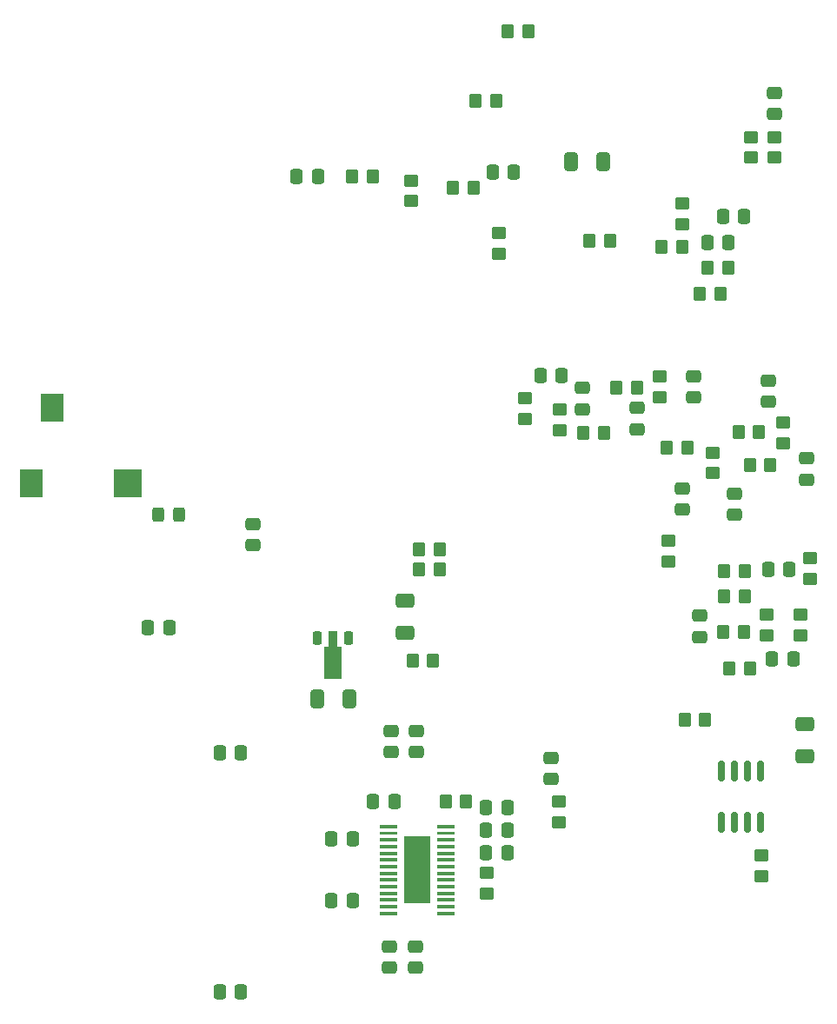
<source format=gbr>
%TF.GenerationSoftware,KiCad,Pcbnew,8.0.6*%
%TF.CreationDate,2024-11-21T01:01:48-08:00*%
%TF.ProjectId,ECE 411 Project,45434520-3431-4312-9050-726f6a656374,r1.6*%
%TF.SameCoordinates,Original*%
%TF.FileFunction,Paste,Top*%
%TF.FilePolarity,Positive*%
%FSLAX46Y46*%
G04 Gerber Fmt 4.6, Leading zero omitted, Abs format (unit mm)*
G04 Created by KiCad (PCBNEW 8.0.6) date 2024-11-21 01:01:48*
%MOMM*%
%LPD*%
G01*
G04 APERTURE LIST*
G04 Aperture macros list*
%AMRoundRect*
0 Rectangle with rounded corners*
0 $1 Rounding radius*
0 $2 $3 $4 $5 $6 $7 $8 $9 X,Y pos of 4 corners*
0 Add a 4 corners polygon primitive as box body*
4,1,4,$2,$3,$4,$5,$6,$7,$8,$9,$2,$3,0*
0 Add four circle primitives for the rounded corners*
1,1,$1+$1,$2,$3*
1,1,$1+$1,$4,$5*
1,1,$1+$1,$6,$7*
1,1,$1+$1,$8,$9*
0 Add four rect primitives between the rounded corners*
20,1,$1+$1,$2,$3,$4,$5,0*
20,1,$1+$1,$4,$5,$6,$7,0*
20,1,$1+$1,$6,$7,$8,$9,0*
20,1,$1+$1,$8,$9,$2,$3,0*%
%AMFreePoly0*
4,1,9,3.862500,-0.866500,0.737500,-0.866500,0.737500,-0.450000,-0.737500,-0.450000,-0.737500,0.450000,0.737500,0.450000,0.737500,0.866500,3.862500,0.866500,3.862500,-0.866500,3.862500,-0.866500,$1*%
G04 Aperture macros list end*
%ADD10C,0.010000*%
%ADD11RoundRect,0.250000X0.475000X-0.337500X0.475000X0.337500X-0.475000X0.337500X-0.475000X-0.337500X0*%
%ADD12RoundRect,0.250000X-0.450000X0.350000X-0.450000X-0.350000X0.450000X-0.350000X0.450000X0.350000X0*%
%ADD13RoundRect,0.250000X0.412500X0.650000X-0.412500X0.650000X-0.412500X-0.650000X0.412500X-0.650000X0*%
%ADD14RoundRect,0.250000X-0.475000X0.337500X-0.475000X-0.337500X0.475000X-0.337500X0.475000X0.337500X0*%
%ADD15RoundRect,0.250000X0.450000X-0.350000X0.450000X0.350000X-0.450000X0.350000X-0.450000X-0.350000X0*%
%ADD16RoundRect,0.250000X0.350000X0.450000X-0.350000X0.450000X-0.350000X-0.450000X0.350000X-0.450000X0*%
%ADD17RoundRect,0.250000X-0.337500X-0.475000X0.337500X-0.475000X0.337500X0.475000X-0.337500X0.475000X0*%
%ADD18RoundRect,0.250000X-0.350000X-0.450000X0.350000X-0.450000X0.350000X0.450000X-0.350000X0.450000X0*%
%ADD19RoundRect,0.250000X0.325000X0.450000X-0.325000X0.450000X-0.325000X-0.450000X0.325000X-0.450000X0*%
%ADD20RoundRect,0.225000X-0.225000X0.425000X-0.225000X-0.425000X0.225000X-0.425000X0.225000X0.425000X0*%
%ADD21FreePoly0,270.000000*%
%ADD22RoundRect,0.250000X0.337500X0.475000X-0.337500X0.475000X-0.337500X-0.475000X0.337500X-0.475000X0*%
%ADD23RoundRect,0.150000X-0.150000X0.825000X-0.150000X-0.825000X0.150000X-0.825000X0.150000X0.825000X0*%
%ADD24RoundRect,0.250000X-0.650000X0.412500X-0.650000X-0.412500X0.650000X-0.412500X0.650000X0.412500X0*%
%ADD25R,2.200000X2.800000*%
%ADD26R,2.800000X2.800000*%
%ADD27RoundRect,0.250000X-0.412500X-0.650000X0.412500X-0.650000X0.412500X0.650000X-0.412500X0.650000X0*%
%ADD28RoundRect,0.250000X0.650000X-0.412500X0.650000X0.412500X-0.650000X0.412500X-0.650000X-0.412500X0*%
G04 APERTURE END LIST*
D10*
%TO.C,U9*%
X70127651Y-103500000D02*
X68577651Y-103500000D01*
X68577651Y-103250000D01*
X70127651Y-103250000D01*
X70127651Y-103500000D01*
G36*
X70127651Y-103500000D02*
G01*
X68577651Y-103500000D01*
X68577651Y-103250000D01*
X70127651Y-103250000D01*
X70127651Y-103500000D01*
G37*
X70127651Y-104150000D02*
X68577651Y-104150000D01*
X68577651Y-103900000D01*
X70127651Y-103900000D01*
X70127651Y-104150000D01*
G36*
X70127651Y-104150000D02*
G01*
X68577651Y-104150000D01*
X68577651Y-103900000D01*
X70127651Y-103900000D01*
X70127651Y-104150000D01*
G37*
X70127651Y-104800000D02*
X68577651Y-104800000D01*
X68577651Y-104550000D01*
X70127651Y-104550000D01*
X70127651Y-104800000D01*
G36*
X70127651Y-104800000D02*
G01*
X68577651Y-104800000D01*
X68577651Y-104550000D01*
X70127651Y-104550000D01*
X70127651Y-104800000D01*
G37*
X70127651Y-105450000D02*
X68577651Y-105450000D01*
X68577651Y-105200000D01*
X70127651Y-105200000D01*
X70127651Y-105450000D01*
G36*
X70127651Y-105450000D02*
G01*
X68577651Y-105450000D01*
X68577651Y-105200000D01*
X70127651Y-105200000D01*
X70127651Y-105450000D01*
G37*
X70127651Y-106100000D02*
X68577651Y-106100000D01*
X68577651Y-105850000D01*
X70127651Y-105850000D01*
X70127651Y-106100000D01*
G36*
X70127651Y-106100000D02*
G01*
X68577651Y-106100000D01*
X68577651Y-105850000D01*
X70127651Y-105850000D01*
X70127651Y-106100000D01*
G37*
X70127651Y-106750000D02*
X68577651Y-106750000D01*
X68577651Y-106500000D01*
X70127651Y-106500000D01*
X70127651Y-106750000D01*
G36*
X70127651Y-106750000D02*
G01*
X68577651Y-106750000D01*
X68577651Y-106500000D01*
X70127651Y-106500000D01*
X70127651Y-106750000D01*
G37*
X70127651Y-107400000D02*
X68577651Y-107400000D01*
X68577651Y-107150000D01*
X70127651Y-107150000D01*
X70127651Y-107400000D01*
G36*
X70127651Y-107400000D02*
G01*
X68577651Y-107400000D01*
X68577651Y-107150000D01*
X70127651Y-107150000D01*
X70127651Y-107400000D01*
G37*
X70127651Y-108050000D02*
X68577651Y-108050000D01*
X68577651Y-107800000D01*
X70127651Y-107800000D01*
X70127651Y-108050000D01*
G36*
X70127651Y-108050000D02*
G01*
X68577651Y-108050000D01*
X68577651Y-107800000D01*
X70127651Y-107800000D01*
X70127651Y-108050000D01*
G37*
X70127651Y-108700000D02*
X68577651Y-108700000D01*
X68577651Y-108450000D01*
X70127651Y-108450000D01*
X70127651Y-108700000D01*
G36*
X70127651Y-108700000D02*
G01*
X68577651Y-108700000D01*
X68577651Y-108450000D01*
X70127651Y-108450000D01*
X70127651Y-108700000D01*
G37*
X70127651Y-109350000D02*
X68577651Y-109350000D01*
X68577651Y-109100000D01*
X70127651Y-109100000D01*
X70127651Y-109350000D01*
G36*
X70127651Y-109350000D02*
G01*
X68577651Y-109350000D01*
X68577651Y-109100000D01*
X70127651Y-109100000D01*
X70127651Y-109350000D01*
G37*
X70127651Y-110000000D02*
X68577651Y-110000000D01*
X68577651Y-109750000D01*
X70127651Y-109750000D01*
X70127651Y-110000000D01*
G36*
X70127651Y-110000000D02*
G01*
X68577651Y-110000000D01*
X68577651Y-109750000D01*
X70127651Y-109750000D01*
X70127651Y-110000000D01*
G37*
X70127651Y-110650000D02*
X68577651Y-110650000D01*
X68577651Y-110400000D01*
X70127651Y-110400000D01*
X70127651Y-110650000D01*
G36*
X70127651Y-110650000D02*
G01*
X68577651Y-110650000D01*
X68577651Y-110400000D01*
X70127651Y-110400000D01*
X70127651Y-110650000D01*
G37*
X70127651Y-111300000D02*
X68577651Y-111300000D01*
X68577651Y-111050000D01*
X70127651Y-111050000D01*
X70127651Y-111300000D01*
G36*
X70127651Y-111300000D02*
G01*
X68577651Y-111300000D01*
X68577651Y-111050000D01*
X70127651Y-111050000D01*
X70127651Y-111300000D01*
G37*
X70127651Y-111950000D02*
X68577651Y-111950000D01*
X68577651Y-111700000D01*
X70127651Y-111700000D01*
X70127651Y-111950000D01*
G36*
X70127651Y-111950000D02*
G01*
X68577651Y-111950000D01*
X68577651Y-111700000D01*
X70127651Y-111700000D01*
X70127651Y-111950000D01*
G37*
X73352651Y-110830000D02*
X70952651Y-110830000D01*
X70952651Y-104370000D01*
X73352651Y-104370000D01*
X73352651Y-110830000D01*
G36*
X73352651Y-110830000D02*
G01*
X70952651Y-110830000D01*
X70952651Y-104370000D01*
X73352651Y-104370000D01*
X73352651Y-110830000D01*
G37*
X75727651Y-103500000D02*
X74177651Y-103500000D01*
X74177651Y-103250000D01*
X75727651Y-103250000D01*
X75727651Y-103500000D01*
G36*
X75727651Y-103500000D02*
G01*
X74177651Y-103500000D01*
X74177651Y-103250000D01*
X75727651Y-103250000D01*
X75727651Y-103500000D01*
G37*
X75727651Y-104150000D02*
X74177651Y-104150000D01*
X74177651Y-103900000D01*
X75727651Y-103900000D01*
X75727651Y-104150000D01*
G36*
X75727651Y-104150000D02*
G01*
X74177651Y-104150000D01*
X74177651Y-103900000D01*
X75727651Y-103900000D01*
X75727651Y-104150000D01*
G37*
X75727651Y-104800000D02*
X74177651Y-104800000D01*
X74177651Y-104550000D01*
X75727651Y-104550000D01*
X75727651Y-104800000D01*
G36*
X75727651Y-104800000D02*
G01*
X74177651Y-104800000D01*
X74177651Y-104550000D01*
X75727651Y-104550000D01*
X75727651Y-104800000D01*
G37*
X75727651Y-105450000D02*
X74177651Y-105450000D01*
X74177651Y-105200000D01*
X75727651Y-105200000D01*
X75727651Y-105450000D01*
G36*
X75727651Y-105450000D02*
G01*
X74177651Y-105450000D01*
X74177651Y-105200000D01*
X75727651Y-105200000D01*
X75727651Y-105450000D01*
G37*
X75727651Y-106100000D02*
X74177651Y-106100000D01*
X74177651Y-105850000D01*
X75727651Y-105850000D01*
X75727651Y-106100000D01*
G36*
X75727651Y-106100000D02*
G01*
X74177651Y-106100000D01*
X74177651Y-105850000D01*
X75727651Y-105850000D01*
X75727651Y-106100000D01*
G37*
X75727651Y-106750000D02*
X74177651Y-106750000D01*
X74177651Y-106500000D01*
X75727651Y-106500000D01*
X75727651Y-106750000D01*
G36*
X75727651Y-106750000D02*
G01*
X74177651Y-106750000D01*
X74177651Y-106500000D01*
X75727651Y-106500000D01*
X75727651Y-106750000D01*
G37*
X75727651Y-107400000D02*
X74177651Y-107400000D01*
X74177651Y-107150000D01*
X75727651Y-107150000D01*
X75727651Y-107400000D01*
G36*
X75727651Y-107400000D02*
G01*
X74177651Y-107400000D01*
X74177651Y-107150000D01*
X75727651Y-107150000D01*
X75727651Y-107400000D01*
G37*
X75727651Y-108050000D02*
X74177651Y-108050000D01*
X74177651Y-107800000D01*
X75727651Y-107800000D01*
X75727651Y-108050000D01*
G36*
X75727651Y-108050000D02*
G01*
X74177651Y-108050000D01*
X74177651Y-107800000D01*
X75727651Y-107800000D01*
X75727651Y-108050000D01*
G37*
X75727651Y-108700000D02*
X74177651Y-108700000D01*
X74177651Y-108450000D01*
X75727651Y-108450000D01*
X75727651Y-108700000D01*
G36*
X75727651Y-108700000D02*
G01*
X74177651Y-108700000D01*
X74177651Y-108450000D01*
X75727651Y-108450000D01*
X75727651Y-108700000D01*
G37*
X75727651Y-109350000D02*
X74177651Y-109350000D01*
X74177651Y-109100000D01*
X75727651Y-109100000D01*
X75727651Y-109350000D01*
G36*
X75727651Y-109350000D02*
G01*
X74177651Y-109350000D01*
X74177651Y-109100000D01*
X75727651Y-109100000D01*
X75727651Y-109350000D01*
G37*
X75727651Y-110000000D02*
X74177651Y-110000000D01*
X74177651Y-109750000D01*
X75727651Y-109750000D01*
X75727651Y-110000000D01*
G36*
X75727651Y-110000000D02*
G01*
X74177651Y-110000000D01*
X74177651Y-109750000D01*
X75727651Y-109750000D01*
X75727651Y-110000000D01*
G37*
X75727651Y-110650000D02*
X74177651Y-110650000D01*
X74177651Y-110400000D01*
X75727651Y-110400000D01*
X75727651Y-110650000D01*
G36*
X75727651Y-110650000D02*
G01*
X74177651Y-110650000D01*
X74177651Y-110400000D01*
X75727651Y-110400000D01*
X75727651Y-110650000D01*
G37*
X75727651Y-111300000D02*
X74177651Y-111300000D01*
X74177651Y-111050000D01*
X75727651Y-111050000D01*
X75727651Y-111300000D01*
G36*
X75727651Y-111300000D02*
G01*
X74177651Y-111300000D01*
X74177651Y-111050000D01*
X75727651Y-111050000D01*
X75727651Y-111300000D01*
G37*
X75727651Y-111950000D02*
X74177651Y-111950000D01*
X74177651Y-111700000D01*
X75727651Y-111700000D01*
X75727651Y-111950000D01*
G36*
X75727651Y-111950000D02*
G01*
X74177651Y-111950000D01*
X74177651Y-111700000D01*
X75727651Y-111700000D01*
X75727651Y-111950000D01*
G37*
%TD*%
D11*
%TO.C,C17*%
X110100000Y-69637500D03*
X110100000Y-67562500D03*
%TD*%
D12*
%TO.C,R47*%
X80162500Y-45600000D03*
X80162500Y-47600000D03*
%TD*%
D13*
%TO.C,C40*%
X90312500Y-38700000D03*
X87187500Y-38700000D03*
%TD*%
D14*
%TO.C,C26*%
X69652651Y-94112500D03*
X69652651Y-96187500D03*
%TD*%
D15*
%TO.C,R25*%
X95800000Y-61600000D03*
X95800000Y-59600000D03*
%TD*%
D12*
%TO.C,R45*%
X71562500Y-40500000D03*
X71562500Y-42500000D03*
%TD*%
D16*
%TO.C,R21*%
X91000000Y-46400000D03*
X89000000Y-46400000D03*
%TD*%
D14*
%TO.C,C20*%
X99700000Y-82862500D03*
X99700000Y-84937500D03*
%TD*%
D17*
%TO.C,C38*%
X60462500Y-40100000D03*
X62537500Y-40100000D03*
%TD*%
D16*
%TO.C,R43*%
X76952651Y-100950000D03*
X74952651Y-100950000D03*
%TD*%
D11*
%TO.C,C16*%
X98000000Y-72537500D03*
X98000000Y-70462500D03*
%TD*%
D12*
%TO.C,R28*%
X101000000Y-67000000D03*
X101000000Y-69000000D03*
%TD*%
D18*
%TO.C,R35*%
X102000000Y-84500000D03*
X104000000Y-84500000D03*
%TD*%
D16*
%TO.C,R5*%
X74400000Y-78400000D03*
X72400000Y-78400000D03*
%TD*%
D19*
%TO.C,D1*%
X49025000Y-73000000D03*
X46975000Y-73000000D03*
%TD*%
D12*
%TO.C,R1*%
X105750000Y-106250000D03*
X105750000Y-108250000D03*
%TD*%
D16*
%TO.C,R19*%
X98000000Y-47000000D03*
X96000000Y-47000000D03*
%TD*%
D20*
%TO.C,U1*%
X65500000Y-85050000D03*
D21*
X64000000Y-85137500D03*
D20*
X62500000Y-85050000D03*
%TD*%
D22*
%TO.C,C12*%
X86287500Y-59500000D03*
X84212500Y-59500000D03*
%TD*%
D14*
%TO.C,C27*%
X72000000Y-115075000D03*
X72000000Y-117150000D03*
%TD*%
D23*
%TO.C,U4*%
X105655000Y-98025000D03*
X104385000Y-98025000D03*
X103115000Y-98025000D03*
X101845000Y-98025000D03*
X101845000Y-102975000D03*
X103115000Y-102975000D03*
X104385000Y-102975000D03*
X105655000Y-102975000D03*
%TD*%
D11*
%TO.C,C18*%
X103100000Y-73037500D03*
X103100000Y-70962500D03*
%TD*%
D14*
%TO.C,C7*%
X56200000Y-73962500D03*
X56200000Y-76037500D03*
%TD*%
D18*
%TO.C,R27*%
X96500000Y-66500000D03*
X98500000Y-66500000D03*
%TD*%
%TO.C,R48*%
X75662500Y-41200000D03*
X77662500Y-41200000D03*
%TD*%
D22*
%TO.C,C21*%
X108837500Y-87100000D03*
X106762500Y-87100000D03*
%TD*%
D11*
%TO.C,C15*%
X99100000Y-61637500D03*
X99100000Y-59562500D03*
%TD*%
D16*
%TO.C,R18*%
X102500000Y-49000000D03*
X100500000Y-49000000D03*
%TD*%
D17*
%TO.C,C39*%
X79525000Y-39700000D03*
X81600000Y-39700000D03*
%TD*%
%TO.C,C36*%
X52962500Y-119550000D03*
X55037500Y-119550000D03*
%TD*%
D24*
%TO.C,C2*%
X110000000Y-93437500D03*
X110000000Y-96562500D03*
%TD*%
D17*
%TO.C,C33*%
X78915151Y-103750000D03*
X80990151Y-103750000D03*
%TD*%
D12*
%TO.C,R30*%
X107800000Y-64100000D03*
X107800000Y-66100000D03*
%TD*%
D14*
%TO.C,C13*%
X88300000Y-60700000D03*
X88300000Y-62775000D03*
%TD*%
D12*
%TO.C,R40*%
X78952651Y-107950000D03*
X78952651Y-109950000D03*
%TD*%
D25*
%TO.C,J4*%
X34600000Y-70000000D03*
D26*
X44000000Y-70000000D03*
D25*
X36600000Y-62600000D03*
%TD*%
D27*
%TO.C,C4*%
X62437500Y-91000000D03*
X65562500Y-91000000D03*
%TD*%
D12*
%TO.C,R32*%
X110500000Y-77300000D03*
X110500000Y-79300000D03*
%TD*%
%TO.C,R16*%
X104750000Y-36250000D03*
X104750000Y-38250000D03*
%TD*%
D15*
%TO.C,R39*%
X86000000Y-103000000D03*
X86000000Y-101000000D03*
%TD*%
D18*
%TO.C,R4*%
X72400000Y-76400000D03*
X74400000Y-76400000D03*
%TD*%
D14*
%TO.C,C1*%
X107000000Y-31962500D03*
X107000000Y-34037500D03*
%TD*%
D11*
%TO.C,C41*%
X106400000Y-62037500D03*
X106400000Y-59962500D03*
%TD*%
D17*
%TO.C,C35*%
X63815151Y-104650000D03*
X65890151Y-104650000D03*
%TD*%
D14*
%TO.C,C29*%
X72152651Y-94112500D03*
X72152651Y-96187500D03*
%TD*%
D22*
%TO.C,C43*%
X48037500Y-84000000D03*
X45962500Y-84000000D03*
%TD*%
D17*
%TO.C,C37*%
X52962500Y-96250000D03*
X55037500Y-96250000D03*
%TD*%
D28*
%TO.C,C6*%
X71000000Y-84562500D03*
X71000000Y-81437500D03*
%TD*%
D16*
%TO.C,R12*%
X83000000Y-26000000D03*
X81000000Y-26000000D03*
%TD*%
D12*
%TO.C,R17*%
X107000000Y-36250000D03*
X107000000Y-38250000D03*
%TD*%
D11*
%TO.C,C14*%
X93600000Y-64737500D03*
X93600000Y-62662500D03*
%TD*%
D18*
%TO.C,R46*%
X65862500Y-40100000D03*
X67862500Y-40100000D03*
%TD*%
D16*
%TO.C,R20*%
X101750000Y-51500000D03*
X99750000Y-51500000D03*
%TD*%
D17*
%TO.C,C19*%
X106362500Y-78400000D03*
X108437500Y-78400000D03*
%TD*%
D14*
%TO.C,C30*%
X69500000Y-115075000D03*
X69500000Y-117150000D03*
%TD*%
D18*
%TO.C,R37*%
X102600000Y-88000000D03*
X104600000Y-88000000D03*
%TD*%
D12*
%TO.C,R10*%
X98000000Y-42750000D03*
X98000000Y-44750000D03*
%TD*%
D17*
%TO.C,C31*%
X78915151Y-101550000D03*
X80990151Y-101550000D03*
%TD*%
D15*
%TO.C,R23*%
X86100000Y-64800000D03*
X86100000Y-62800000D03*
%TD*%
D16*
%TO.C,R2*%
X100250000Y-93000000D03*
X98250000Y-93000000D03*
%TD*%
D12*
%TO.C,R8*%
X96700000Y-75600000D03*
X96700000Y-77600000D03*
%TD*%
D16*
%TO.C,R6*%
X105500000Y-65000000D03*
X103500000Y-65000000D03*
%TD*%
D17*
%TO.C,C10*%
X101962500Y-44000000D03*
X104037500Y-44000000D03*
%TD*%
%TO.C,C34*%
X63815151Y-110650000D03*
X65890151Y-110650000D03*
%TD*%
D12*
%TO.C,R36*%
X109500000Y-82800000D03*
X109500000Y-84800000D03*
%TD*%
D16*
%TO.C,R31*%
X106600000Y-68200000D03*
X104600000Y-68200000D03*
%TD*%
%TO.C,R3*%
X104100000Y-78500000D03*
X102100000Y-78500000D03*
%TD*%
D18*
%TO.C,R9*%
X77900000Y-32700000D03*
X79900000Y-32700000D03*
%TD*%
D17*
%TO.C,C28*%
X67915151Y-100950000D03*
X69990151Y-100950000D03*
%TD*%
D18*
%TO.C,R11*%
X71750000Y-87250000D03*
X73750000Y-87250000D03*
%TD*%
D22*
%TO.C,C32*%
X80990151Y-105950000D03*
X78915151Y-105950000D03*
%TD*%
%TO.C,C11*%
X102537500Y-46500000D03*
X100462500Y-46500000D03*
%TD*%
D16*
%TO.C,R7*%
X104100000Y-81000000D03*
X102100000Y-81000000D03*
%TD*%
D18*
%TO.C,R26*%
X88400000Y-65100000D03*
X90400000Y-65100000D03*
%TD*%
D12*
%TO.C,R34*%
X106200000Y-82800000D03*
X106200000Y-84800000D03*
%TD*%
D14*
%TO.C,C23*%
X85250000Y-96712500D03*
X85250000Y-98787500D03*
%TD*%
D15*
%TO.C,R22*%
X82700000Y-63700000D03*
X82700000Y-61700000D03*
%TD*%
D18*
%TO.C,R24*%
X91600000Y-60700000D03*
X93600000Y-60700000D03*
%TD*%
M02*

</source>
